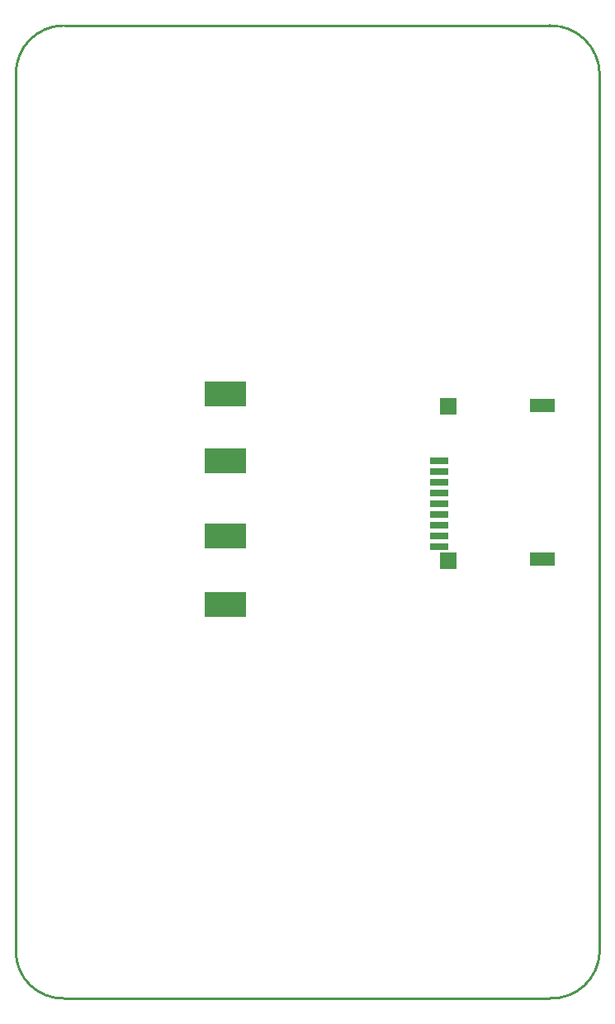
<source format=gtp>
G04*
G04 #@! TF.GenerationSoftware,Altium Limited,Altium Designer,22.6.1 (34)*
G04*
G04 Layer_Color=8421504*
%FSLAX25Y25*%
%MOIN*%
G70*
G04*
G04 #@! TF.SameCoordinates,B7B55DA8-A8C8-4B2F-A26B-231347B163EA*
G04*
G04*
G04 #@! TF.FilePolarity,Positive*
G04*
G01*
G75*
%ADD12C,0.01000*%
%ADD13R,0.10200X0.05500*%
%ADD14R,0.07100X0.06700*%
%ADD15R,0.07500X0.02800*%
%ADD16R,0.16535X0.10236*%
D12*
X19685Y393701D02*
G03*
X500Y374016I250J-19435D01*
G01*
X236221D02*
G03*
X216035Y393701I-19935J-250D01*
G01*
Y1000D02*
G03*
X236221Y19685I750J19435D01*
G01*
X500D02*
G03*
X19685Y1000I18935J250D01*
G01*
X236221Y19685D02*
Y374016D01*
X19685Y1000D02*
X19685D01*
X216035D01*
X20000Y393701D02*
X216035D01*
X500Y19685D02*
Y374016D01*
D13*
X213032Y240298D02*
D03*
Y178487D02*
D03*
D14*
X175236Y239904D02*
D03*
Y177502D02*
D03*
D15*
X171488Y218054D02*
D03*
Y213723D02*
D03*
Y209392D02*
D03*
Y205061D02*
D03*
Y200731D02*
D03*
Y196400D02*
D03*
Y192069D02*
D03*
Y187739D02*
D03*
Y183408D02*
D03*
D16*
X85000Y160000D02*
D03*
Y218054D02*
D03*
Y187739D02*
D03*
Y245000D02*
D03*
M02*

</source>
